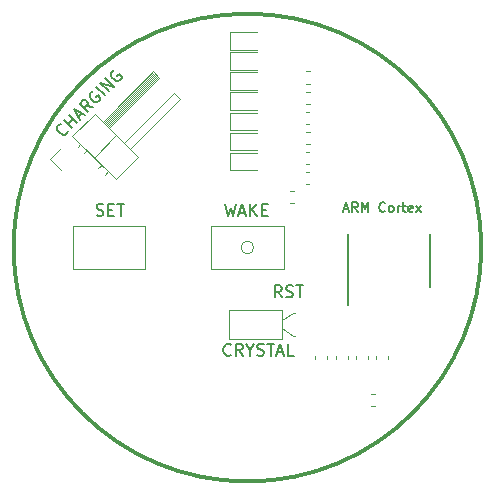
<source format=gbr>
G04 #@! TF.GenerationSoftware,KiCad,Pcbnew,5.1.4-1.fc30*
G04 #@! TF.CreationDate,2019-10-04T18:02:02+02:00*
G04 #@! TF.ProjectId,synchro2,73796e63-6872-46f3-922e-6b696361645f,rev?*
G04 #@! TF.SameCoordinates,Original*
G04 #@! TF.FileFunction,Legend,Top*
G04 #@! TF.FilePolarity,Positive*
%FSLAX46Y46*%
G04 Gerber Fmt 4.6, Leading zero omitted, Abs format (unit mm)*
G04 Created by KiCad (PCBNEW 5.1.4-1.fc30) date 2019-10-04 18:02:02*
%MOMM*%
%LPD*%
G04 APERTURE LIST*
%ADD10C,0.300000*%
%ADD11C,0.120000*%
%ADD12C,0.150000*%
G04 APERTURE END LIST*
D10*
X238900000Y-116300000D02*
G75*
G03X238900000Y-116300000I-19800000J0D01*
G01*
D11*
X219638516Y-116300000D02*
G75*
G03X219638516Y-116300000I-538516J0D01*
G01*
X222050000Y-121600000D02*
X217500000Y-121600000D01*
X217500000Y-121600000D02*
X217500000Y-124000000D01*
X217500000Y-124000000D02*
X222050000Y-124000000D01*
X222050000Y-124000000D02*
X222050000Y-121600000D01*
X222050000Y-122450000D02*
X222950000Y-121850000D01*
X222950000Y-121850000D02*
X223150000Y-121850000D01*
X222050000Y-123150000D02*
X222950000Y-123750000D01*
X222950000Y-123750000D02*
X223150000Y-123750000D01*
X222160000Y-114450000D02*
X222160000Y-118150000D01*
X216040000Y-114450000D02*
X222160000Y-114450000D01*
X216040000Y-118150000D02*
X216040000Y-114450000D01*
X222160000Y-118150000D02*
X216040000Y-118150000D01*
X219900000Y-103165000D02*
X217615000Y-103165000D01*
X217615000Y-103165000D02*
X217615000Y-104635000D01*
X217615000Y-104635000D02*
X219900000Y-104635000D01*
X224037221Y-106490000D02*
X224362779Y-106490000D01*
X224037221Y-107510000D02*
X224362779Y-107510000D01*
X224037221Y-102410000D02*
X224362779Y-102410000D01*
X224037221Y-101390000D02*
X224362779Y-101390000D01*
X224024721Y-110910000D02*
X224350279Y-110910000D01*
X224024721Y-109890000D02*
X224350279Y-109890000D01*
X219900000Y-106565000D02*
X217615000Y-106565000D01*
X217615000Y-106565000D02*
X217615000Y-108035000D01*
X217615000Y-108035000D02*
X219900000Y-108035000D01*
X229990000Y-125762779D02*
X229990000Y-125437221D01*
X231010000Y-125762779D02*
X231010000Y-125437221D01*
X224024721Y-105810000D02*
X224350279Y-105810000D01*
X224024721Y-104790000D02*
X224350279Y-104790000D01*
X217627500Y-102935000D02*
X219912500Y-102935000D01*
X217627500Y-101465000D02*
X217627500Y-102935000D01*
X219912500Y-101465000D02*
X217627500Y-101465000D01*
X217615000Y-106335000D02*
X219900000Y-106335000D01*
X217615000Y-104865000D02*
X217615000Y-106335000D01*
X219900000Y-104865000D02*
X217615000Y-104865000D01*
X224037221Y-103090000D02*
X224362779Y-103090000D01*
X224037221Y-104110000D02*
X224362779Y-104110000D01*
X219912500Y-99765000D02*
X217627500Y-99765000D01*
X217627500Y-99765000D02*
X217627500Y-101235000D01*
X217627500Y-101235000D02*
X219912500Y-101235000D01*
X224790000Y-125437221D02*
X224790000Y-125762779D01*
X225810000Y-125437221D02*
X225810000Y-125762779D01*
X222687221Y-111540000D02*
X223012779Y-111540000D01*
X222687221Y-112560000D02*
X223012779Y-112560000D01*
X202403949Y-108800000D02*
X203301974Y-107901974D01*
X203301974Y-109698026D02*
X202403949Y-108800000D01*
X207002214Y-110127290D02*
X207282986Y-109846518D01*
X206464813Y-109589888D02*
X206745584Y-109309117D01*
X213406530Y-103722973D02*
X209163890Y-107965614D01*
X212869129Y-103185572D02*
X213406530Y-103722973D01*
X208626488Y-107428213D02*
X212869129Y-103185572D01*
X206116259Y-108679792D02*
X207997163Y-106798888D01*
X205253589Y-108283812D02*
X205486934Y-108050467D01*
X204716188Y-107746411D02*
X204949533Y-107513066D01*
X207297128Y-106098852D02*
X211539768Y-101856211D01*
X207212275Y-106013999D02*
X211454916Y-101771359D01*
X207127422Y-105929146D02*
X211370063Y-101686506D01*
X207042569Y-105844294D02*
X211285210Y-101601653D01*
X206957716Y-105759441D02*
X211200357Y-101516800D01*
X206872864Y-105674588D02*
X211115504Y-101431947D01*
X211610479Y-101926922D02*
X207367838Y-106169563D01*
X211073078Y-101389521D02*
X211610479Y-101926922D01*
X206830437Y-105632162D02*
X211073078Y-101389521D01*
X206158686Y-104960410D02*
X204277782Y-106841314D01*
X209835641Y-108637365D02*
X206158686Y-104960410D01*
X207954737Y-110518269D02*
X209835641Y-108637365D01*
X204277782Y-106841314D02*
X207954737Y-110518269D01*
X224024721Y-109210000D02*
X224350279Y-109210000D01*
X224024721Y-108190000D02*
X224350279Y-108190000D01*
D12*
X227650000Y-121150000D02*
X227650000Y-115175000D01*
X234550000Y-119625000D02*
X234550000Y-115175000D01*
D11*
X217615000Y-109735000D02*
X219900000Y-109735000D01*
X217615000Y-108265000D02*
X217615000Y-109735000D01*
X219900000Y-108265000D02*
X217615000Y-108265000D01*
X210460000Y-118150000D02*
X204340000Y-118150000D01*
X204340000Y-118150000D02*
X204340000Y-114450000D01*
X204340000Y-114450000D02*
X210460000Y-114450000D01*
X210460000Y-114450000D02*
X210460000Y-118150000D01*
X229862779Y-129710000D02*
X229537221Y-129710000D01*
X229862779Y-128690000D02*
X229537221Y-128690000D01*
X227610000Y-125437221D02*
X227610000Y-125762779D01*
X226590000Y-125437221D02*
X226590000Y-125762779D01*
X217627500Y-99535000D02*
X219912500Y-99535000D01*
X217627500Y-98065000D02*
X217627500Y-99535000D01*
X219912500Y-98065000D02*
X217627500Y-98065000D01*
X228290000Y-125437221D02*
X228290000Y-125762779D01*
X229310000Y-125437221D02*
X229310000Y-125762779D01*
D12*
X217690476Y-125357142D02*
X217642857Y-125404761D01*
X217500000Y-125452380D01*
X217404761Y-125452380D01*
X217261904Y-125404761D01*
X217166666Y-125309523D01*
X217119047Y-125214285D01*
X217071428Y-125023809D01*
X217071428Y-124880952D01*
X217119047Y-124690476D01*
X217166666Y-124595238D01*
X217261904Y-124500000D01*
X217404761Y-124452380D01*
X217500000Y-124452380D01*
X217642857Y-124500000D01*
X217690476Y-124547619D01*
X218690476Y-125452380D02*
X218357142Y-124976190D01*
X218119047Y-125452380D02*
X218119047Y-124452380D01*
X218500000Y-124452380D01*
X218595238Y-124500000D01*
X218642857Y-124547619D01*
X218690476Y-124642857D01*
X218690476Y-124785714D01*
X218642857Y-124880952D01*
X218595238Y-124928571D01*
X218500000Y-124976190D01*
X218119047Y-124976190D01*
X219309523Y-124976190D02*
X219309523Y-125452380D01*
X218976190Y-124452380D02*
X219309523Y-124976190D01*
X219642857Y-124452380D01*
X219928571Y-125404761D02*
X220071428Y-125452380D01*
X220309523Y-125452380D01*
X220404761Y-125404761D01*
X220452380Y-125357142D01*
X220500000Y-125261904D01*
X220500000Y-125166666D01*
X220452380Y-125071428D01*
X220404761Y-125023809D01*
X220309523Y-124976190D01*
X220119047Y-124928571D01*
X220023809Y-124880952D01*
X219976190Y-124833333D01*
X219928571Y-124738095D01*
X219928571Y-124642857D01*
X219976190Y-124547619D01*
X220023809Y-124500000D01*
X220119047Y-124452380D01*
X220357142Y-124452380D01*
X220500000Y-124500000D01*
X220785714Y-124452380D02*
X221357142Y-124452380D01*
X221071428Y-125452380D02*
X221071428Y-124452380D01*
X221642857Y-125166666D02*
X222119047Y-125166666D01*
X221547619Y-125452380D02*
X221880952Y-124452380D01*
X222214285Y-125452380D01*
X223023809Y-125452380D02*
X222547619Y-125452380D01*
X222547619Y-124452380D01*
X222002380Y-120502380D02*
X221669047Y-120026190D01*
X221430952Y-120502380D02*
X221430952Y-119502380D01*
X221811904Y-119502380D01*
X221907142Y-119550000D01*
X221954761Y-119597619D01*
X222002380Y-119692857D01*
X222002380Y-119835714D01*
X221954761Y-119930952D01*
X221907142Y-119978571D01*
X221811904Y-120026190D01*
X221430952Y-120026190D01*
X222383333Y-120454761D02*
X222526190Y-120502380D01*
X222764285Y-120502380D01*
X222859523Y-120454761D01*
X222907142Y-120407142D01*
X222954761Y-120311904D01*
X222954761Y-120216666D01*
X222907142Y-120121428D01*
X222859523Y-120073809D01*
X222764285Y-120026190D01*
X222573809Y-119978571D01*
X222478571Y-119930952D01*
X222430952Y-119883333D01*
X222383333Y-119788095D01*
X222383333Y-119692857D01*
X222430952Y-119597619D01*
X222478571Y-119550000D01*
X222573809Y-119502380D01*
X222811904Y-119502380D01*
X222954761Y-119550000D01*
X223240476Y-119502380D02*
X223811904Y-119502380D01*
X223526190Y-120502380D02*
X223526190Y-119502380D01*
X217240476Y-112652380D02*
X217478571Y-113652380D01*
X217669047Y-112938095D01*
X217859523Y-113652380D01*
X218097619Y-112652380D01*
X218430952Y-113366666D02*
X218907142Y-113366666D01*
X218335714Y-113652380D02*
X218669047Y-112652380D01*
X219002380Y-113652380D01*
X219335714Y-113652380D02*
X219335714Y-112652380D01*
X219907142Y-113652380D02*
X219478571Y-113080952D01*
X219907142Y-112652380D02*
X219335714Y-113223809D01*
X220335714Y-113128571D02*
X220669047Y-113128571D01*
X220811904Y-113652380D02*
X220335714Y-113652380D01*
X220335714Y-112652380D01*
X220811904Y-112652380D01*
X203894092Y-106400718D02*
X203894092Y-106468062D01*
X203826748Y-106602749D01*
X203759405Y-106670092D01*
X203624718Y-106737436D01*
X203490031Y-106737436D01*
X203389016Y-106703764D01*
X203220657Y-106602749D01*
X203119642Y-106501734D01*
X203018626Y-106333375D01*
X202984955Y-106232360D01*
X202984955Y-106097673D01*
X203052298Y-105962986D01*
X203119642Y-105895642D01*
X203254329Y-105828299D01*
X203321672Y-105828299D01*
X204264481Y-106165016D02*
X203557374Y-105457909D01*
X203894092Y-105794627D02*
X204298153Y-105390566D01*
X204668542Y-105760955D02*
X203961435Y-105053848D01*
X204769557Y-105255879D02*
X205106275Y-104919161D01*
X204904244Y-105525253D02*
X204432840Y-104582444D01*
X205375649Y-105053848D01*
X206015412Y-104414085D02*
X205442992Y-104313070D01*
X205611351Y-104818146D02*
X204904244Y-104111039D01*
X205173618Y-103841665D01*
X205274634Y-103807994D01*
X205341977Y-103807994D01*
X205442992Y-103841665D01*
X205544008Y-103942681D01*
X205577679Y-104043696D01*
X205577679Y-104111039D01*
X205544008Y-104212055D01*
X205274634Y-104481429D01*
X206015412Y-103067215D02*
X205914397Y-103100887D01*
X205813382Y-103201902D01*
X205746038Y-103336589D01*
X205746038Y-103471276D01*
X205779710Y-103572291D01*
X205880725Y-103740650D01*
X205981740Y-103841665D01*
X206150099Y-103942681D01*
X206251114Y-103976352D01*
X206385801Y-103976352D01*
X206520488Y-103909009D01*
X206587832Y-103841665D01*
X206655175Y-103706978D01*
X206655175Y-103639635D01*
X206419473Y-103403933D01*
X206284786Y-103538620D01*
X207025565Y-103403933D02*
X206318458Y-102696826D01*
X207362282Y-103067215D02*
X206655175Y-102360108D01*
X207766343Y-102663154D01*
X207059236Y-101956047D01*
X207800015Y-101282612D02*
X207699000Y-101316284D01*
X207597984Y-101417299D01*
X207530641Y-101551986D01*
X207530641Y-101686673D01*
X207564313Y-101787689D01*
X207665328Y-101956047D01*
X207766343Y-102057063D01*
X207934702Y-102158078D01*
X208035717Y-102191750D01*
X208170404Y-102191750D01*
X208305091Y-102124406D01*
X208372435Y-102057063D01*
X208439778Y-101922376D01*
X208439778Y-101855032D01*
X208204076Y-101619330D01*
X208069389Y-101754017D01*
X227242857Y-113053333D02*
X227623809Y-113053333D01*
X227166666Y-113281904D02*
X227433333Y-112481904D01*
X227700000Y-113281904D01*
X228423809Y-113281904D02*
X228157142Y-112900952D01*
X227966666Y-113281904D02*
X227966666Y-112481904D01*
X228271428Y-112481904D01*
X228347619Y-112520000D01*
X228385714Y-112558095D01*
X228423809Y-112634285D01*
X228423809Y-112748571D01*
X228385714Y-112824761D01*
X228347619Y-112862857D01*
X228271428Y-112900952D01*
X227966666Y-112900952D01*
X228766666Y-113281904D02*
X228766666Y-112481904D01*
X229033333Y-113053333D01*
X229300000Y-112481904D01*
X229300000Y-113281904D01*
X230747619Y-113205714D02*
X230709523Y-113243809D01*
X230595238Y-113281904D01*
X230519047Y-113281904D01*
X230404761Y-113243809D01*
X230328571Y-113167619D01*
X230290476Y-113091428D01*
X230252380Y-112939047D01*
X230252380Y-112824761D01*
X230290476Y-112672380D01*
X230328571Y-112596190D01*
X230404761Y-112520000D01*
X230519047Y-112481904D01*
X230595238Y-112481904D01*
X230709523Y-112520000D01*
X230747619Y-112558095D01*
X231204761Y-113281904D02*
X231128571Y-113243809D01*
X231090476Y-113205714D01*
X231052380Y-113129523D01*
X231052380Y-112900952D01*
X231090476Y-112824761D01*
X231128571Y-112786666D01*
X231204761Y-112748571D01*
X231319047Y-112748571D01*
X231395238Y-112786666D01*
X231433333Y-112824761D01*
X231471428Y-112900952D01*
X231471428Y-113129523D01*
X231433333Y-113205714D01*
X231395238Y-113243809D01*
X231319047Y-113281904D01*
X231204761Y-113281904D01*
X231814285Y-113281904D02*
X231814285Y-112748571D01*
X231814285Y-112900952D02*
X231852380Y-112824761D01*
X231890476Y-112786666D01*
X231966666Y-112748571D01*
X232042857Y-112748571D01*
X232195238Y-112748571D02*
X232500000Y-112748571D01*
X232309523Y-112481904D02*
X232309523Y-113167619D01*
X232347619Y-113243809D01*
X232423809Y-113281904D01*
X232500000Y-113281904D01*
X233071428Y-113243809D02*
X232995238Y-113281904D01*
X232842857Y-113281904D01*
X232766666Y-113243809D01*
X232728571Y-113167619D01*
X232728571Y-112862857D01*
X232766666Y-112786666D01*
X232842857Y-112748571D01*
X232995238Y-112748571D01*
X233071428Y-112786666D01*
X233109523Y-112862857D01*
X233109523Y-112939047D01*
X232728571Y-113015238D01*
X233376190Y-113281904D02*
X233795238Y-112748571D01*
X233376190Y-112748571D02*
X233795238Y-113281904D01*
X206330952Y-113554761D02*
X206473809Y-113602380D01*
X206711904Y-113602380D01*
X206807142Y-113554761D01*
X206854761Y-113507142D01*
X206902380Y-113411904D01*
X206902380Y-113316666D01*
X206854761Y-113221428D01*
X206807142Y-113173809D01*
X206711904Y-113126190D01*
X206521428Y-113078571D01*
X206426190Y-113030952D01*
X206378571Y-112983333D01*
X206330952Y-112888095D01*
X206330952Y-112792857D01*
X206378571Y-112697619D01*
X206426190Y-112650000D01*
X206521428Y-112602380D01*
X206759523Y-112602380D01*
X206902380Y-112650000D01*
X207330952Y-113078571D02*
X207664285Y-113078571D01*
X207807142Y-113602380D02*
X207330952Y-113602380D01*
X207330952Y-112602380D01*
X207807142Y-112602380D01*
X208092857Y-112602380D02*
X208664285Y-112602380D01*
X208378571Y-113602380D02*
X208378571Y-112602380D01*
M02*

</source>
